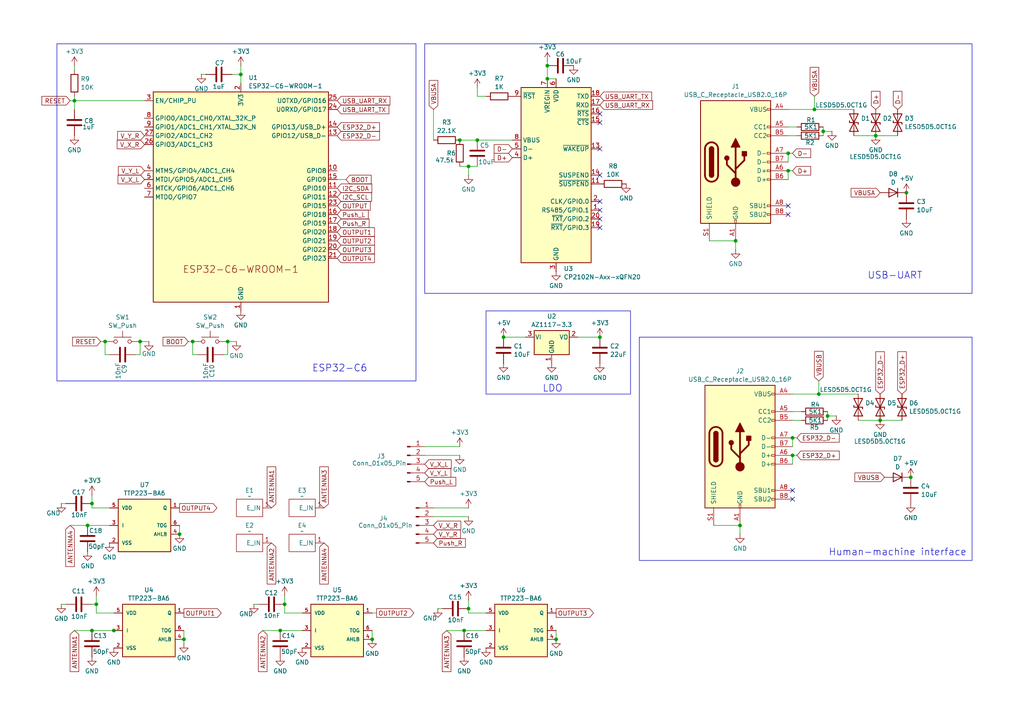
<source format=kicad_sch>
(kicad_sch (version 20231120) (generator "eeschema") (generator_version "8.0")
  (paper "A4")
  (junction (at 69.85 21.59))
  (junction (at 161.29 185.42))
  (junction (at 173.99 97.79))
  (junction (at 81.28 182.88))
  (junction (at 158.75 22.86))
  (junction (at 134.62 182.88))
  (junction (at 264.16 138.43))
  (junction (at 229.87 127))
  (junction (at 158.75 19.05))
  (junction (at 255.27 121.92))
  (junction (at 26.67 182.88))
  (junction (at 135.89 176.53))
  (junction (at 21.59 29.21))
  (junction (at 55.88 99.06))
  (junction (at 33.02 182.88))
  (junction (at 236.22 31.75))
  (junction (at 138.43 40.64))
  (junction (at 135.89 48.26))
  (junction (at 52.07 154.94))
  (junction (at 229.87 132.08))
  (junction (at 27.94 175.26))
  (junction (at 82.55 175.26))
  (junction (at 238.76 38.1))
  (junction (at 228.6 44.45))
  (junction (at 53.34 185.42))
  (junction (at 214.63 152.4))
  (junction (at 237.49 114.3))
  (junction (at 228.6 49.53))
  (junction (at 30.48 99.06))
  (junction (at 40.64 99.06))
  (junction (at 146.05 97.79))
  (junction (at 133.35 40.64))
  (junction (at 240.03 120.65))
  (junction (at 26.67 146.05))
  (junction (at 25.4 152.4))
  (junction (at 262.89 55.88))
  (junction (at 66.04 99.06))
  (junction (at 213.36 69.85))
  (junction (at 254 39.37))
  (junction (at 107.95 185.42))
  (no_connect (at 228.6 59.69))
  (no_connect (at 173.99 66.04))
  (no_connect (at 173.99 35.56))
  (no_connect (at 173.99 33.02))
  (no_connect (at 173.99 43.18))
  (no_connect (at 173.99 60.96))
  (no_connect (at 229.87 144.78))
  (no_connect (at 173.99 63.5))
  (no_connect (at 229.87 142.24))
  (no_connect (at 173.99 58.42))
  (no_connect (at 173.99 50.8))
  (no_connect (at 228.6 62.23))
  (wire (pts (xy 31.75 152.4) (xy 25.4 152.4)))
  (wire (pts (xy 82.55 175.26) (xy 82.55 177.8)))
  (wire (pts (xy 205.74 69.85) (xy 213.36 69.85)))
  (wire (pts (xy 69.85 19.05) (xy 69.85 21.59)))
  (wire (pts (xy 40.64 99.06) (xy 40.64 102.87)))
  (wire (pts (xy 66.04 102.87) (xy 66.04 99.06)))
  (wire (pts (xy 135.89 173.99) (xy 135.89 176.53)))
  (wire (pts (xy 158.75 19.05) (xy 158.75 22.86)))
  (wire (pts (xy 100.33 52.07) (xy 97.79 52.07)))
  (wire (pts (xy 87.63 182.88) (xy 81.28 182.88)))
  (wire (pts (xy 248.92 114.3) (xy 237.49 114.3)))
  (wire (pts (xy 240.03 119.38) (xy 240.03 120.65)))
  (wire (pts (xy 240.03 120.65) (xy 242.57 120.65)))
  (wire (pts (xy 64.77 102.87) (xy 66.04 102.87)))
  (wire (pts (xy 26.67 175.26) (xy 27.94 175.26)))
  (wire (pts (xy 229.87 132.08) (xy 229.87 134.62)))
  (wire (pts (xy 81.28 182.88) (xy 76.2 182.88)))
  (wire (pts (xy 107.95 185.42) (xy 107.95 182.88)))
  (wire (pts (xy 27.94 172.72) (xy 27.94 175.26)))
  (wire (pts (xy 82.55 177.8) (xy 87.63 177.8)))
  (wire (pts (xy 229.87 114.3) (xy 237.49 114.3)))
  (wire (pts (xy 161.29 185.42) (xy 161.29 182.88)))
  (wire (pts (xy 228.6 36.83) (xy 231.14 36.83)))
  (wire (pts (xy 123.19 129.54) (xy 133.35 129.54)))
  (wire (pts (xy 21.59 182.88) (xy 26.67 182.88)))
  (wire (pts (xy 236.22 31.75) (xy 236.22 27.94)))
  (wire (pts (xy 55.88 102.87) (xy 57.15 102.87)))
  (wire (pts (xy 158.75 17.78) (xy 158.75 19.05)))
  (wire (pts (xy 228.6 49.53) (xy 228.6 52.07)))
  (wire (pts (xy 213.36 69.85) (xy 213.36 72.39)))
  (wire (pts (xy 52.07 154.94) (xy 52.07 152.4)))
  (wire (pts (xy 229.87 127) (xy 231.14 127)))
  (wire (pts (xy 109.22 177.8) (xy 107.95 177.8)))
  (wire (pts (xy 58.42 21.59) (xy 59.69 21.59)))
  (wire (pts (xy 138.43 25.4) (xy 138.43 27.94)))
  (wire (pts (xy 135.89 149.86) (xy 125.73 149.86)))
  (wire (pts (xy 82.55 172.72) (xy 82.55 175.26)))
  (wire (pts (xy 40.64 102.87) (xy 39.37 102.87)))
  (wire (pts (xy 54.61 99.06) (xy 55.88 99.06)))
  (wire (pts (xy 229.87 119.38) (xy 232.41 119.38)))
  (wire (pts (xy 135.89 177.8) (xy 140.97 177.8)))
  (wire (pts (xy 26.67 182.88) (xy 33.02 182.88)))
  (wire (pts (xy 26.67 147.32) (xy 31.75 147.32)))
  (wire (pts (xy 26.67 143.51) (xy 26.67 146.05)))
  (wire (pts (xy 133.35 132.08) (xy 123.19 132.08)))
  (wire (pts (xy 229.87 132.08) (xy 231.14 132.08)))
  (wire (pts (xy 146.05 97.79) (xy 152.4 97.79)))
  (wire (pts (xy 21.59 27.94) (xy 21.59 29.21)))
  (wire (pts (xy 255.27 121.92) (xy 248.92 121.92)))
  (wire (pts (xy 238.76 38.1) (xy 241.3 38.1)))
  (wire (pts (xy 254 39.37) (xy 247.65 39.37)))
  (wire (pts (xy 261.62 121.92) (xy 255.27 121.92)))
  (wire (pts (xy 228.6 44.45) (xy 228.6 46.99)))
  (wire (pts (xy 43.18 99.06) (xy 40.64 99.06)))
  (wire (pts (xy 27.94 177.8) (xy 33.02 177.8)))
  (wire (pts (xy 247.65 31.75) (xy 236.22 31.75)))
  (wire (pts (xy 240.03 120.65) (xy 240.03 121.92)))
  (wire (pts (xy 133.35 48.26) (xy 135.89 48.26)))
  (wire (pts (xy 237.49 114.3) (xy 237.49 110.49)))
  (wire (pts (xy 207.01 152.4) (xy 214.63 152.4)))
  (wire (pts (xy 67.31 21.59) (xy 69.85 21.59)))
  (wire (pts (xy 55.88 99.06) (xy 55.88 102.87)))
  (wire (pts (xy 228.6 39.37) (xy 231.14 39.37)))
  (wire (pts (xy 21.59 31.75) (xy 21.59 29.21)))
  (wire (pts (xy 138.43 40.64) (xy 148.59 40.64)))
  (wire (pts (xy 134.62 182.88) (xy 129.54 182.88)))
  (wire (pts (xy 17.78 175.26) (xy 19.05 175.26)))
  (wire (pts (xy 69.85 21.59) (xy 69.85 24.13)))
  (wire (pts (xy 30.48 99.06) (xy 30.48 102.87)))
  (wire (pts (xy 125.73 31.75) (xy 125.73 40.64)))
  (wire (pts (xy 133.35 40.64) (xy 138.43 40.64)))
  (wire (pts (xy 27.94 175.26) (xy 27.94 177.8)))
  (wire (pts (xy 135.89 50.8) (xy 135.89 48.26)))
  (wire (pts (xy 214.63 152.4) (xy 214.63 154.94)))
  (wire (pts (xy 140.97 182.88) (xy 134.62 182.88)))
  (wire (pts (xy 228.6 49.53) (xy 229.87 49.53)))
  (wire (pts (xy 125.73 147.32) (xy 135.89 147.32)))
  (wire (pts (xy 229.87 121.92) (xy 232.41 121.92)))
  (wire (pts (xy 238.76 36.83) (xy 238.76 38.1)))
  (wire (pts (xy 53.34 186.69) (xy 53.34 185.42)))
  (wire (pts (xy 25.4 152.4) (xy 20.32 152.4)))
  (wire (pts (xy 228.6 31.75) (xy 236.22 31.75)))
  (wire (pts (xy 26.67 146.05) (xy 26.67 147.32)))
  (wire (pts (xy 20.32 29.21) (xy 21.59 29.21)))
  (wire (pts (xy 135.89 176.53) (xy 135.89 177.8)))
  (wire (pts (xy 21.59 19.05) (xy 21.59 20.32)))
  (wire (pts (xy 127 176.53) (xy 128.27 176.53)))
  (wire (pts (xy 35.56 182.88) (xy 33.02 182.88)))
  (wire (pts (xy 135.89 48.26) (xy 138.43 48.26)))
  (wire (pts (xy 138.43 27.94) (xy 140.97 27.94)))
  (wire (pts (xy 229.87 127) (xy 229.87 129.54)))
  (wire (pts (xy 21.59 29.21) (xy 41.91 29.21)))
  (wire (pts (xy 260.35 39.37) (xy 254 39.37)))
  (wire (pts (xy 68.58 99.06) (xy 66.04 99.06)))
  (wire (pts (xy 238.76 38.1) (xy 238.76 39.37)))
  (wire (pts (xy 29.21 99.06) (xy 30.48 99.06)))
  (wire (pts (xy 158.75 22.86) (xy 161.29 22.86)))
  (wire (pts (xy 73.66 175.26) (xy 74.93 175.26)))
  (wire (pts (xy 53.34 185.42) (xy 53.34 182.88)))
  (wire (pts (xy 17.78 146.05) (xy 19.05 146.05)))
  (wire (pts (xy 30.48 102.87) (xy 31.75 102.87)))
  (wire (pts (xy 173.99 97.79) (xy 167.64 97.79)))
  (wire (pts (xy 228.6 44.45) (xy 229.87 44.45)))
  (rectangle (start 123.19 12.7) (end 281.94 85.09))
  (rectangle (start 140.97 90.17) (end 182.88 114.3))
  (rectangle (start 185.42 97.79) (end 281.94 162.56))
  (rectangle (start 16.51 12.7) (end 120.65 110.49))
  (text "ESP32-C6\n" (at 98.552 106.934 0) (effects (font (size 2 2))))
  (text "USB-UART" (at 259.588 80.01 0) (effects (font (size 2 2))))
  (text "LDO" (at 160.274 112.776 0) (effects (font (size 2 2))))
  (text "Human-machine interface" (at 260.35 160.274 0) (effects (font (size 2 2))))
  (global_label "I2C_SCL" (shape input) (at 97.79 57.15 0) (property "Intersheetrefs" "${INTERSHEET_REFS}" (effects (hide yes))))
  (global_label "D+" (shape input) (at 229.87 49.53 0) (property "Intersheetrefs" "${INTERSHEET_REFS}" (effects (hide yes))))
  (global_label "Push_R" (shape input) (at 97.79 64.77 0) (property "Intersheetrefs" "${INTERSHEET_REFS}" (effects (hide yes))))
  (global_label "D-" (shape input) (at 229.87 44.45 0) (property "Intersheetrefs" "${INTERSHEET_REFS}" (effects (hide yes))))
  (global_label "BOOT" (shape input) (at 54.61 99.06 180) (property "Intersheetrefs" "${INTERSHEET_REFS}" (effects (hide yes))))
  (global_label "RESET" (shape input) (at 20.32 29.21 180) (property "Intersheetrefs" "${INTERSHEET_REFS}" (effects (hide yes))))
  (global_label "OUTPUT4" (shape output) (at 52.07 147.32 0) (property "Intersheetrefs" "${INTERSHEET_REFS}" (effects (hide yes))))
  (global_label "USB_UART_TX" (shape input) (at 97.79 31.75 0) (property "Intersheetrefs" "${INTERSHEET_REFS}" (effects (hide yes))))
  (global_label "OUTPUT" (shape input) (at 97.79 59.69 0) (property "Intersheetrefs" "${INTERSHEET_REFS}" (effects (hide yes))))
  (global_label "USB_UART_RX" (shape input) (at 173.99 30.48 0) (property "Intersheetrefs" "${INTERSHEET_REFS}" (effects (hide yes))))
  (global_label "ANTENNA1" (shape input) (at 21.59 182.88 270) (property "Intersheetrefs" "${INTERSHEET_REFS}" (effects (hide yes))))
  (global_label "D+" (shape input) (at 254 31.75 90) (property "Intersheetrefs" "${INTERSHEET_REFS}" (effects (hide yes))))
  (global_label "BOOT" (shape input) (at 100.33 52.07 0) (property "Intersheetrefs" "${INTERSHEET_REFS}" (effects (hide yes))))
  (global_label "ESP32_D+" (shape input) (at 261.62 114.3 90) (property "Intersheetrefs" "${INTERSHEET_REFS}" (effects (hide yes))))
  (global_label "OUTPUT2" (shape input) (at 97.79 69.85 0) (property "Intersheetrefs" "${INTERSHEET_REFS}" (effects (hide yes))))
  (global_label "ANTENNA1" (shape input) (at 78.74 147.32 90) (property "Intersheetrefs" "${INTERSHEET_REFS}" (effects (hide yes))))
  (global_label "OUTPUT4" (shape input) (at 97.79 74.93 0) (property "Intersheetrefs" "${INTERSHEET_REFS}" (effects (hide yes))))
  (global_label "OUTPUT3" (shape input) (at 97.79 72.39 0) (property "Intersheetrefs" "${INTERSHEET_REFS}" (effects (hide yes))))
  (global_label "V_X_R" (shape input) (at 125.73 152.4 0) (property "Intersheetrefs" "${INTERSHEET_REFS}" (effects (hide yes))))
  (global_label "Push_L" (shape input) (at 123.19 139.7 0) (property "Intersheetrefs" "${INTERSHEET_REFS}" (effects (hide yes))))
  (global_label "VBUSA" (shape input) (at 255.27 55.88 180) (property "Intersheetrefs" "${INTERSHEET_REFS}" (effects (hide yes))))
  (global_label "VBUSA" (shape input) (at 236.22 27.94 90) (property "Intersheetrefs" "${INTERSHEET_REFS}" (effects (hide yes))))
  (global_label "ANTENNA4" (shape input) (at 20.32 152.4 270) (property "Intersheetrefs" "${INTERSHEET_REFS}" (effects (hide yes))))
  (global_label "OUTPUT1" (shape output) (at 53.34 177.8 0) (property "Intersheetrefs" "${INTERSHEET_REFS}" (effects (hide yes))))
  (global_label "ESP32_D-" (shape input) (at 97.79 39.37 0) (property "Intersheetrefs" "${INTERSHEET_REFS}" (effects (hide yes))))
  (global_label "ANTENNA4" (shape input) (at 93.98 157.48 270) (property "Intersheetrefs" "${INTERSHEET_REFS}" (effects (hide yes))))
  (global_label "V_X_L" (shape input) (at 123.19 134.62 0) (property "Intersheetrefs" "${INTERSHEET_REFS}" (effects (hide yes))))
  (global_label "I2C_SDA" (shape input) (at 97.79 54.61 0) (property "Intersheetrefs" "${INTERSHEET_REFS}" (effects (hide yes))))
  (global_label "V_Y_L" (shape input) (at 123.19 137.16 0) (property "Intersheetrefs" "${INTERSHEET_REFS}" (effects (hide yes))))
  (global_label "ESP32_D-" (shape input) (at 255.27 114.3 90) (property "Intersheetrefs" "${INTERSHEET_REFS}" (effects (hide yes))))
  (global_label "ANTENNA3" (shape input) (at 129.54 182.88 270) (property "Intersheetrefs" "${INTERSHEET_REFS}" (effects (hide yes))))
  (global_label "OUTPUT3" (shape output) (at 161.29 177.8 0) (property "Intersheetrefs" "${INTERSHEET_REFS}" (effects (hide yes))))
  (global_label "V_Y_R" (shape input) (at 125.73 154.94 0) (property "Intersheetrefs" "${INTERSHEET_REFS}" (effects (hide yes))))
  (global_label "D-" (shape input) (at 260.35 31.75 90) (property "Intersheetrefs" "${INTERSHEET_REFS}" (effects (hide yes))))
  (global_label "VBUSB" (shape input) (at 237.49 110.49 90) (property "Intersheetrefs" "${INTERSHEET_REFS}" (effects (hide yes))))
  (global_label "VBUSA" (shape input) (at 125.73 31.75 90) (property "Intersheetrefs" "${INTERSHEET_REFS}" (effects (hide yes))))
  (global_label "ANTENNA2" (shape input) (at 78.74 157.48 270) (property "Intersheetrefs" "${INTERSHEET_REFS}" (effects (hide yes))))
  (global_label "ESP32_D-" (shape input) (at 231.14 127 0) (property "Intersheetrefs" "${INTERSHEET_REFS}" (effects (hide yes))))
  (global_label "ESP32_D+" (shape input) (at 231.14 132.08 0) (property "Intersheetrefs" "${INTERSHEET_REFS}" (effects (hide yes))))
  (global_label "D+" (shape input) (at 148.59 45.72 180) (property "Intersheetrefs" "${INTERSHEET_REFS}" (effects (hide yes))))
  (global_label "V_Y_R" (shape input) (at 41.91 39.37 180) (property "Intersheetrefs" "${INTERSHEET_REFS}" (effects (hide yes))))
  (global_label "ESP32_D+" (shape input) (at 97.79 36.83 0) (property "Intersheetrefs" "${INTERSHEET_REFS}" (effects (hide yes))))
  (global_label "RESET" (shape input) (at 29.21 99.06 180) (property "Intersheetrefs" "${INTERSHEET_REFS}" (effects (hide yes))))
  (global_label "USB_UART_RX" (shape input) (at 97.79 29.21 0) (property "Intersheetrefs" "${INTERSHEET_REFS}" (effects (hide yes))))
  (global_label "Push_R" (shape input) (at 125.73 157.48 0) (property "Intersheetrefs" "${INTERSHEET_REFS}" (effects (hide yes))))
  (global_label "OUTPUT2" (shape output) (at 109.22 177.8 0) (property "Intersheetrefs" "${INTERSHEET_REFS}" (effects (hide yes))))
  (global_label "VBUSB" (shape input) (at 256.54 138.43 180) (property "Intersheetrefs" "${INTERSHEET_REFS}" (effects (hide yes))))
  (global_label "V_X_R" (shape input) (at 41.91 41.91 180) (property "Intersheetrefs" "${INTERSHEET_REFS}" (effects (hide yes))))
  (global_label "V_X_L" (shape input) (at 41.91 52.07 180) (property "Intersheetrefs" "${INTERSHEET_REFS}" (effects (hide yes))))
  (global_label "ANTENNA3" (shape input) (at 93.98 147.32 90) (property "Intersheetrefs" "${INTERSHEET_REFS}" (effects (hide yes))))
  (global_label "V_Y_L" (shape input) (at 41.91 49.53 180) (property "Intersheetrefs" "${INTERSHEET_REFS}" (effects (hide yes))))
  (global_label "OUTPUT1" (shape input) (at 97.79 67.31 0) (property "Intersheetrefs" "${INTERSHEET_REFS}" (effects (hide yes))))
  (global_label "ANTENNA2" (shape input) (at 76.2 182.88 270) (property "Intersheetrefs" "${INTERSHEET_REFS}" (effects (hide yes))))
  (global_label "USB_UART_TX" (shape input) (at 173.99 27.94 0) (property "Intersheetrefs" "${INTERSHEET_REFS}" (effects (hide yes))))
  (global_label "D-" (shape input) (at 148.59 43.18 180) (property "Intersheetrefs" "${INTERSHEET_REFS}" (effects (hide yes))))
  (global_label "Push_L" (shape input) (at 97.79 62.23 0) (property "Intersheetrefs" "${INTERSHEET_REFS}" (effects (hide yes))))
  (symbol (lib_id "power:GND") (at 161.29 78.74 0) (unit 1)
    (property "Reference" "#PWR016" (effects (hide yes)))
    (property "Value" "GND" (at 161.29 82.8731 0))
    (property "Description" "Power symbol creates a global label with name \"GND\" , ground" (effects (hide yes)))
  )
  (symbol (lib_id "Interface_USB:CP2102N-Axx-xQFN20") (at 161.29 50.8 0) (unit 1)
    (property "Reference" "U3" (at 163.4841 77.9201 0) (effects (justify left)))
    (property "Value" "CP2102N-Axx-xQFN20" (at 163.4841 80.3444 0) (effects (justify left)))
    (property "Footprint" "Package_DFN_QFN:SiliconLabs_QFN-20-1EP_3x3mm_P0.5mm_EP1.8x1.8mm_ThermalVias" (effects (hide yes)))
    (property "Datasheet" "https://www.silabs.com/documents/public/data-sheets/cp2102n-datasheet.pdf" (effects (hide yes)))
    (property "Description" "USB to UART master bridge, QFN-20" (effects (hide yes)))
  )
  (symbol (lib_id "Regulator_Linear:AZ1117-3.3") (at 160.02 97.79 0) (unit 1)
    (property "Reference" "U2" (at 160.02 91.7405 0))
    (property "Value" "AZ1117-3.3" (at 160.02 94.1648 0))
    (property "Footprint" "Package_TO_SOT_SMD:TO-252-2" (effects (hide yes)))
    (property "Datasheet" "https://www.diodes.com/assets/Datasheets/AZ1117.pdf" (effects (hide yes)))
    (property "Description" "1A 20V Fixed LDO Linear Regulator, 3.3V, SOT-89/SOT-223/TO-220/TO-252/TO-263" (effects (hide yes)))
  )
  (symbol (lib_id "Device:R") (at 129.54 40.64 90) (unit 1)
    (property "Reference" "R3" (at 129.54 35.4795 90))
    (property "Value" "22.1K" (at 129.54 37.9038 90))
    (property "Footprint" "Resistor_SMD:R_0805_2012Metric" (effects (hide yes)))
    (property "Description" "Resistor" (effects (hide yes)))
  )
  (symbol (lib_id "Device:C") (at 26.67 186.69 180) (unit 1)
    (property "Reference" "C13" (at 30.988 184.404 0) (effects (justify left)))
    (property "Value" "50pF" (at 31.75 188.976 0) (effects (justify left)))
    (property "Footprint" "Capacitor_SMD:C_0805_2012Metric" (effects (hide yes)))
    (property "Description" "Unpolarized capacitor" (effects (hide yes)))
  )
  (symbol (lib_id "power:GND") (at 242.57 120.65 0) (unit 1)
    (property "Reference" "#PWR06" (effects (hide yes)))
    (property "Value" "GND" (at 242.57 124.7831 0))
    (property "Description" "Power symbol creates a global label with name \"GND\" , ground" (effects (hide yes)))
  )
  (symbol (lib_id "Device:C") (at 162.56 19.05 90) (unit 1)
    (property "Reference" "C6" (at 163.83 15.748 90) (effects (justify left)))
    (property "Value" "10uF" (at 168.91 17.78 90) (effects (justify left)))
    (property "Footprint" "Capacitor_SMD:C_0805_2012Metric" (effects (hide yes)))
    (property "Description" "Unpolarized capacitor" (effects (hide yes)))
  )
  (symbol (lib_id "Device:C") (at 25.4 156.21 180) (unit 1)
    (property "Reference" "C18" (at 29.718 153.924 0) (effects (justify left)))
    (property "Value" "50pF" (at 30.48 158.496 0) (effects (justify left)))
    (property "Footprint" "Capacitor_SMD:C_0805_2012Metric" (effects (hide yes)))
    (property "Description" "Unpolarized capacitor" (effects (hide yes)))
  )
  (symbol (lib_id "Device:R") (at 236.22 119.38 90) (unit 1)
    (property "Reference" "R4" (at 236.474 117.348 90))
    (property "Value" "5K1" (at 236.474 119.38 90))
    (property "Footprint" "Resistor_SMD:R_0805_2012Metric" (effects (hide yes)))
    (property "Description" "Resistor" (effects (hide yes)))
  )
  (symbol (lib_id "Device:D") (at 259.08 55.88 180) (unit 1)
    (property "Reference" "D8" (at 259.08 50.4655 0))
    (property "Value" "D" (at 259.08 52.8898 0))
    (property "Footprint" "Diode_SMD:D_0805_2012Metric" (effects (hide yes)))
    (property "Description" "Diode" (effects (hide yes)))
    (property "Sim.Device" "D" (effects (hide yes)))
    (property "Sim.Pins" "1=K 2=A" (effects (hide yes)))
  )
  (symbol (lib_id "power:GND") (at 264.16 146.05 0) (unit 1)
    (property "Reference" "#PWR013" (effects (hide yes)))
    (property "Value" "GND" (at 264.16 150.1831 0))
    (property "Description" "Power symbol creates a global label with name \"GND\" , ground" (effects (hide yes)))
  )
  (symbol (lib_id "power:GND") (at 52.07 154.94 0) (unit 1)
    (property "Reference" "#PWR046" (effects (hide yes)))
    (property "Value" "GND" (at 52.07 159.0731 0))
    (property "Description" "Power symbol creates a global label with name \"GND\" , ground" (effects (hide yes)))
  )
  (symbol (lib_id "power:GND") (at 135.89 50.8 0) (unit 1)
    (property "Reference" "#PWR017" (effects (hide yes)))
    (property "Value" "GND" (at 135.89 54.9331 0))
    (property "Description" "Power symbol creates a global label with name \"GND\" , ground" (effects (hide yes)))
  )
  (symbol (lib_id "power:GND") (at 26.67 190.5 0) (unit 1)
    (property "Reference" "#PWR037" (effects (hide yes)))
    (property "Value" "GND" (at 26.67 194.6331 0))
    (property "Description" "Power symbol creates a global label with name \"GND\" , ground" (effects (hide yes)))
  )
  (symbol (lib_id "TTP223-BA6:TTP223-BA6") (at 151.13 182.88 0) (unit 1)
    (property "Reference" "U6" (at 151.13 171.1155 0))
    (property "Value" "TTP223-BA6" (at 151.13 173.5398 0))
    (property "Footprint" "Package_TO_SOT_SMD:TSOT-23-6_HandSoldering" (effects (hide yes)))
    (property "MF" "tontek" (effects (hide yes)))
    (property "Description_1" "\n" (effects (hide yes)))
    (property "LIB" "CID" (effects (hide yes)))
    (property "Package" "None" (effects (hide yes)))
    (property "Price" "None" (effects (hide yes)))
    (property "SnapEDA_Link" "https://www.snapeda.com/parts/TTP223-BA6/TONTEK/view-part/?ref=snap" (effects (hide yes)))
    (property "MP" "TTP223-BA6" (effects (hide yes)))
    (property "Availability" "In Stock" (effects (hide yes)))
    (property "Check_prices" "https://www.snapeda.com/parts/TTP223-BA6/TONTEK/view-part/?ref=eda" (effects (hide yes)))
  )
  (symbol (lib_id "power:GND") (at 81.28 190.5 0) (unit 1)
    (property "Reference" "#PWR038" (effects (hide yes)))
    (property "Value" "GND" (at 81.28 194.6331 0))
    (property "Description" "Power symbol creates a global label with name \"GND\" , ground" (effects (hide yes)))
  )
  (symbol (lib_id "Captive:Electrode") (at 72.39 153.67 0) (unit 1)
    (property "Reference" "E2" (at 72.39 152.4085 0))
    (property "Value" "~" (at 72.39 154.0899 0))
    (property "Footprint" "LED_SMD:Electrode_10x10mm" (effects (hide yes)))
  )
  (symbol (lib_id "power:GND") (at 140.97 187.96 0) (unit 1)
    (property "Reference" "#PWR042" (effects (hide yes)))
    (property "Value" "GND" (at 140.97 192.0931 0))
    (property "Description" "Power symbol creates a global label with name \"GND\" , ground" (effects (hide yes)))
  )
  (symbol (lib_id "power:GND") (at 241.3 38.1 0) (unit 1)
    (property "Reference" "#PWR08" (effects (hide yes)))
    (property "Value" "GND" (at 241.3 42.2331 0))
    (property "Description" "Power symbol creates a global label with name \"GND\" , ground" (effects (hide yes)))
  )
  (symbol (lib_id "Device:R") (at 177.8 53.34 90) (unit 1)
    (property "Reference" "R8" (at 177.8 48.1795 90))
    (property "Value" "10K" (at 177.8 50.6038 90))
    (property "Footprint" "Resistor_SMD:R_0805_2012Metric" (effects (hide yes)))
    (property "Description" "Resistor" (effects (hide yes)))
  )
  (symbol (lib_id "Device:R") (at 234.95 36.83 90) (unit 1)
    (property "Reference" "R1" (at 235.204 34.798 90))
    (property "Value" "5K1" (at 235.204 36.83 90))
    (property "Footprint" "Resistor_SMD:R_0805_2012Metric" (effects (hide yes)))
    (property "Description" "Resistor" (effects (hide yes)))
  )
  (symbol (lib_id "power:GND") (at 134.62 190.5 0) (unit 1)
    (property "Reference" "#PWR043" (effects (hide yes)))
    (property "Value" "GND" (at 134.62 194.6331 0))
    (property "Description" "Power symbol creates a global label with name \"GND\" , ground" (effects (hide yes)))
  )
  (symbol (lib_id "power:GND") (at 127 176.53 0) (unit 1)
    (property "Reference" "#PWR040" (effects (hide yes)))
    (property "Value" "GND" (at 124.714 179.324 0))
    (property "Description" "Power symbol creates a global label with name \"GND\" , ground" (effects (hide yes)))
  )
  (symbol (lib_id "power:GND") (at 53.34 186.69 0) (unit 1)
    (property "Reference" "#PWR036" (effects (hide yes)))
    (property "Value" "GND" (at 53.34 190.8231 0))
    (property "Description" "Power symbol creates a global label with name \"GND\" , ground" (effects (hide yes)))
  )
  (symbol (lib_id "Device:C") (at 22.86 146.05 270) (unit 1)
    (property "Reference" "C17" (at 20.828 142.748 90) (effects (justify left)))
    (property "Value" "10nF" (at 20.574 149.352 90) (effects (justify left)))
    (property "Footprint" "Capacitor_SMD:C_0805_2012Metric" (effects (hide yes)))
    (property "Description" "Unpolarized capacitor" (effects (hide yes)))
  )
  (symbol (lib_id "power:GND") (at 166.37 19.05 0) (unit 1)
    (property "Reference" "#PWR020" (effects (hide yes)))
    (property "Value" "GND" (at 166.37 23.1831 0))
    (property "Description" "Power symbol creates a global label with name \"GND\" , ground" (effects (hide yes)))
  )
  (symbol (lib_id "Connector:Conn_01x05_Pin") (at 120.65 152.4 0) (unit 1)
    (property "Reference" "J4" (at 111.252 150.368 0))
    (property "Value" "Conn_01x05_Pin" (at 111.76 152.4 0))
    (property "Footprint" "Connector_PinHeader_2.54mm:PinHeader_1x05_P2.54mm_Vertical" (effects (hide yes)))
    (property "Description" "Generic connector, single row, 01x05, script generated" (effects (hide yes)))
  )
  (symbol (lib_id "power:+3V3") (at 21.59 19.05 0) (unit 1)
    (property "Reference" "#PWR025" (effects (hide yes)))
    (property "Value" "+3V3" (at 21.59 14.9169 0))
    (property "Description" "Power symbol creates a global label with name \"+3V3\"" (effects (hide yes)))
  )
  (symbol (lib_id "power:GND") (at 17.78 175.26 0) (unit 1)
    (property "Reference" "#PWR030" (effects (hide yes)))
    (property "Value" "GND" (at 17.78 179.3931 0))
    (property "Description" "Power symbol creates a global label with name \"GND\" , ground" (effects (hide yes)))
  )
  (symbol (lib_id "power:+3V3") (at 135.89 173.99 0) (unit 1)
    (property "Reference" "#PWR039" (effects (hide yes)))
    (property "Value" "+3V3" (at 135.89 169.8569 0))
    (property "Description" "Power symbol creates a global label with name \"+3V3\"" (effects (hide yes)))
  )
  (symbol (lib_id "power:+3V3") (at 158.75 17.78 0) (unit 1)
    (property "Reference" "#PWR019" (effects (hide yes)))
    (property "Value" "+3V3" (at 158.75 13.6469 0))
    (property "Description" "Power symbol creates a global label with name \"+3V3\"" (effects (hide yes)))
  )
  (symbol (lib_id "power:GND") (at 213.36 72.39 0) (unit 1)
    (property "Reference" "#PWR05" (effects (hide yes)))
    (property "Value" "GND" (at 213.36 76.5231 0))
    (property "Description" "Power symbol creates a global label with name \"GND\" , ground" (effects (hide yes)))
  )
  (symbol (lib_id "power:GND") (at 173.99 105.41 0) (unit 1)
    (property "Reference" "#PWR02" (effects (hide yes)))
    (property "Value" "GND" (at 173.99 109.5431 0))
    (property "Description" "Power symbol creates a global label with name \"GND\" , ground" (effects (hide yes)))
  )
  (symbol (lib_id "Captive:Electrode") (at 87.63 153.67 0) (unit 1)
    (property "Reference" "E4" (at 87.63 152.4085 0))
    (property "Value" "~" (at 87.63 154.0899 0))
    (property "Footprint" "LED_SMD:Electrode_10x10mm" (effects (hide yes)))
  )
  (symbol (lib_id "Device:C") (at 262.89 59.69 0) (unit 1)
    (property "Reference" "C3" (at 265.811 58.4778 0) (effects (justify left)))
    (property "Value" "10uF" (at 265.811 60.9021 0) (effects (justify left)))
    (property "Footprint" "Capacitor_SMD:C_0805_2012Metric" (effects (hide yes)))
    (property "Description" "Unpolarized capacitor" (effects (hide yes)))
  )
  (symbol (lib_id "power:GND") (at 254 39.37 0) (unit 1)
    (property "Reference" "#PWR07" (effects (hide yes)))
    (property "Value" "GND" (at 254 43.5031 0))
    (property "Description" "Power symbol creates a global label with name \"GND\" , ground" (effects (hide yes)))
  )
  (symbol (lib_id "power:GND") (at 33.02 187.96 0) (unit 1)
    (property "Reference" "#PWR031" (effects (hide yes)))
    (property "Value" "GND" (at 33.02 192.0931 0))
    (property "Description" "Power symbol creates a global label with name \"GND\" , ground" (effects (hide yes)))
  )
  (symbol (lib_id "Device:C") (at 78.74 175.26 270) (unit 1)
    (property "Reference" "C12" (at 76.708 171.958 90) (effects (justify left)))
    (property "Value" "10nF" (at 76.454 178.562 90) (effects (justify left)))
    (property "Footprint" "Capacitor_SMD:C_0805_2012Metric" (effects (hide yes)))
    (property "Description" "Unpolarized capacitor" (effects (hide yes)))
  )
  (symbol (lib_id "power:+3V3") (at 82.55 172.72 0) (unit 1)
    (property "Reference" "#PWR032" (effects (hide yes)))
    (property "Value" "+3V3" (at 82.55 168.5869 0))
    (property "Description" "Power symbol creates a global label with name \"+3V3\"" (effects (hide yes)))
  )
  (symbol (lib_id "power:GND") (at 146.05 105.41 0) (unit 1)
    (property "Reference" "#PWR01" (effects (hide yes)))
    (property "Value" "GND" (at 146.05 109.5431 0))
    (property "Description" "Power symbol creates a global label with name \"GND\" , ground" (effects (hide yes)))
  )
  (symbol (lib_id "power:GND") (at 255.27 121.92 0) (unit 1)
    (property "Reference" "#PWR09" (effects (hide yes)))
    (property "Value" "GND" (at 255.27 126.0531 0))
    (property "Description" "Power symbol creates a global label with name \"GND\" , ground" (effects (hide yes)))
  )
  (symbol (lib_id "Diode:1.5KExxCA") (at 260.35 35.56 90) (unit 1)
    (property "Reference" "D3" (at 262.382 34.3478 90) (effects (justify right)))
    (property "Value" "LESD5D5.0CT1G" (at 262.382 36.7721 90) (effects (justify right)))
    (property "Footprint" "Diode_SMD:D_SOD-523" (effects (hide yes)))
    (property "Datasheet" "https://www.vishay.com/docs/88301/15ke.pdf" (effects (hide yes)))
    (property "Description" "1500W bidirectional TVS diode, DO-201AE" (effects (hide yes)))
  )
  (symbol (lib_id "TTP223-BA6:TTP223-BA6") (at 43.18 182.88 0) (unit 1)
    (property "Reference" "U4" (at 43.18 171.1155 0))
    (property "Value" "TTP223-BA6" (at 43.18 173.5398 0))
    (property "Footprint" "Package_TO_SOT_SMD:TSOT-23-6_HandSoldering" (effects (hide yes)))
    (property "MF" "tontek" (effects (hide yes)))
    (property "Description_1" "\n" (effects (hide yes)))
    (property "LIB" "CID" (effects (hide yes)))
    (property "Package" "None" (effects (hide yes)))
    (property "Price" "None" (effects (hide yes)))
    (property "SnapEDA_Link" "https://www.snapeda.com/parts/TTP223-BA6/TONTEK/view-part/?ref=snap" (effects (hide yes)))
    (property "MP" "TTP223-BA6" (effects (hide yes)))
    (property "Availability" "In Stock" (effects (hide yes)))
    (property "Check_prices" "https://www.snapeda.com/parts/TTP223-BA6/TONTEK/view-part/?ref=eda" (effects (hide yes)))
  )
  (symbol (lib_id "Device:C") (at 132.08 176.53 270) (unit 1)
    (property "Reference" "C15" (at 130.048 173.228 90) (effects (justify left)))
    (property "Value" "10nF" (at 129.794 179.832 90) (effects (justify left)))
    (property "Footprint" "Capacitor_SMD:C_0805_2012Metric" (effects (hide yes)))
    (property "Description" "Unpolarized capacitor" (effects (hide yes)))
  )
  (symbol (lib_id "power:+5V") (at 146.05 97.79 0) (unit 1)
    (property "Reference" "#PWR015" (effects (hide yes)))
    (property "Value" "+5V" (at 146.05 93.6569 0))
    (property "Description" "Power symbol creates a global label with name \"+5V\"" (effects (hide yes)))
  )
  (symbol (lib_id "power:GND") (at 73.66 175.26 0) (unit 1)
    (property "Reference" "#PWR033" (effects (hide yes)))
    (property "Value" "GND" (at 71.374 178.054 0))
    (property "Description" "Power symbol creates a global label with name \"GND\" , ground" (effects (hide yes)))
  )
  (symbol (lib_id "PCM_Espressif:ESP32-C6-WROOM-1") (at 69.85 57.15 0) (unit 1)
    (property "Reference" "U1" (at 72.0441 22.5255 0) (effects (justify left)))
    (property "Value" "ESP32-C6-WROOM-1" (at 72.0441 24.9498 0) (effects (justify left)))
    (property "Footprint" "PCM_Espressif:ESP32-C6-WROOM-1" (effects (hide yes)))
    (property "Datasheet" "https://www.espressif.com/sites/default/files/documentation/esp32-c6-wroom-1_wroom-1u_datasheet_en.pdf" (effects (hide yes)))
    (property "Description" "ESP32-C6-WROOM-1/U is a module that supports 2.4 GHz Wi-Fi 6 (802.11 ax), Bluetooth® 5 (LE), Zigbee and Thread (802.15.4)" (effects (hide yes)))
  )
  (symbol (lib_id "power:GND") (at 25.4 160.02 0) (unit 1)
    (property "Reference" "#PWR048" (effects (hide yes)))
    (property "Value" "GND" (at 25.4 164.1531 0))
    (property "Description" "Power symbol creates a global label with name \"GND\" , ground" (effects (hide yes)))
  )
  (symbol (lib_id "Connector:USB_C_Receptacle_USB2.0_16P") (at 213.36 46.99 0) (unit 1)
    (property "Reference" "J1" (at 213.36 25.0655 0))
    (property "Value" "USB_C_Receptacle_USB2.0_16P" (at 213.36 27.4898 0))
    (property "Footprint" "Connector_USB:USB_C_Receptacle_G-Switch_GT-USB-7010ASV" (effects (hide yes)))
    (property "Datasheet" "https://www.usb.org/sites/default/files/documents/usb_type-c.zip" (effects (hide yes)))
    (property "Description" "USB 2.0-only 16P Type-C Receptacle connector" (effects (hide yes)))
  )
  (symbol (lib_id "power:GND") (at 214.63 154.94 0) (unit 1)
    (property "Reference" "#PWR010" (effects (hide yes)))
    (property "Value" "GND" (at 214.63 159.0731 0))
    (property "Description" "Power symbol creates a global label with name \"GND\" , ground" (effects (hide yes)))
  )
  (symbol (lib_id "Connector:Conn_01x05_Pin") (at 118.11 134.62 0) (unit 1)
    (property "Reference" "J3" (at 110.49 132.334 0))
    (property "Value" "Conn_01x05_Pin" (at 109.982 134.366 0))
    (property "Footprint" "Connector_PinHeader_2.54mm:PinHeader_1x05_P2.54mm_Vertical" (effects (hide yes)))
    (property "Description" "Generic connector, single row, 01x05, script generated" (effects (hide yes)))
  )
  (symbol (lib_id "power:GND") (at 262.89 63.5 0) (unit 1)
    (property "Reference" "#PWR012" (effects (hide yes)))
    (property "Value" "GND" (at 262.89 67.6331 0))
    (property "Description" "Power symbol creates a global label with name \"GND\" , ground" (effects (hide yes)))
  )
  (symbol (lib_id "TTP223-BA6:TTP223-BA6") (at 97.79 182.88 0) (unit 1)
    (property "Reference" "U5" (at 97.79 171.1155 0))
    (property "Value" "TTP223-BA6" (at 97.79 173.5398 0))
    (property "Footprint" "Package_TO_SOT_SMD:TSOT-23-6_HandSoldering" (effects (hide yes)))
    (property "MF" "tontek" (effects (hide yes)))
    (property "Description_1" "\n" (effects (hide yes)))
    (property "LIB" "CID" (effects (hide yes)))
    (property "Package" "None" (effects (hide yes)))
    (property "Price" "None" (effects (hide yes)))
    (property "SnapEDA_Link" "https://www.snapeda.com/parts/TTP223-BA6/TONTEK/view-part/?ref=snap" (effects (hide yes)))
    (property "MP" "TTP223-BA6" (effects (hide yes)))
    (property "Availability" "In Stock" (effects (hide yes)))
    (property "Check_prices" "https://www.snapeda.com/parts/TTP223-BA6/TONTEK/view-part/?ref=eda" (effects (hide yes)))
  )
  (symbol (lib_id "Connector:USB_C_Receptacle_USB2.0_16P") (at 214.63 129.54 0) (unit 1)
    (property "Reference" "J2" (at 214.63 107.6155 0))
    (property "Value" "USB_C_Receptacle_USB2.0_16P" (at 214.63 110.0398 0))
    (property "Footprint" "Connector_USB:USB_C_Receptacle_G-Switch_GT-USB-7010ASV" (effects (hide yes)))
    (property "Datasheet" "https://www.usb.org/sites/default/files/documents/usb_type-c.zip" (effects (hide yes)))
    (property "Description" "USB 2.0-only 16P Type-C Receptacle connector" (effects (hide yes)))
  )
  (symbol (lib_id "Diode:1.5KExxCA") (at 261.62 118.11 90) (unit 1)
    (property "Reference" "D6" (at 263.652 116.8978 90) (effects (justify right)))
    (property "Value" "LESD5D5.0CT1G" (at 263.652 119.3221 90) (effects (justify right)))
    (property "Footprint" "Diode_SMD:D_SOD-523" (effects (hide yes)))
    (property "Datasheet" "https://www.vishay.com/docs/88301/15ke.pdf" (effects (hide yes)))
    (property "Description" "1500W bidirectional TVS diode, DO-201AE" (effects (hide yes)))
  )
  (symbol (lib_id "Device:C") (at 60.96 102.87 270) (unit 1)
    (property "Reference" "C10" (at 61.468 105.664 0) (effects (justify left)))
    (property "Value" "10nF" (at 59.69 105.156 0) (effects (justify left)))
    (property "Footprint" "Capacitor_SMD:C_0805_2012Metric" (effects (hide yes)))
    (property "Description" "Unpolarized capacitor" (effects (hide yes)))
  )
  (symbol (lib_id "Device:C") (at 134.62 186.69 180) (unit 1)
    (property "Reference" "C16" (at 138.938 184.404 0) (effects (justify left)))
    (property "Value" "50pF" (at 139.7 188.976 0) (effects (justify left)))
    (property "Footprint" "Capacitor_SMD:C_0805_2012Metric" (effects (hide yes)))
    (property "Description" "Unpolarized capacitor" (effects (hide yes)))
  )
  (symbol (lib_id "power:GND") (at 69.85 90.17 0) (unit 1)
    (property "Reference" "#PWR022" (effects (hide yes)))
    (property "Value" "GND" (at 69.85 94.3031 0))
    (property "Description" "Power symbol creates a global label with name \"GND\" , ground" (effects (hide yes)))
  )
  (symbol (lib_id "power:GND") (at 181.61 53.34 0) (unit 1)
    (property "Reference" "#PWR021" (effects (hide yes)))
    (property "Value" "GND" (at 181.61 57.4731 0))
    (property "Description" "Power symbol creates a global label with name \"GND\" , ground" (effects (hide yes)))
  )
  (symbol (lib_id "Device:C") (at 21.59 35.56 0) (unit 1)
    (property "Reference" "C8" (at 24.384 35.052 0) (effects (justify left)))
    (property "Value" "1uF" (at 23.876 36.83 0) (effects (justify left)))
    (property "Footprint" "Capacitor_SMD:C_0805_2012Metric" (effects (hide yes)))
    (property "Description" "Unpolarized capacitor" (effects (hide yes)))
  )
  (symbol (lib_id "Device:C") (at 264.16 142.24 0) (unit 1)
    (property "Reference" "C4" (at 267.081 141.0278 0) (effects (justify left)))
    (property "Value" "10uF" (at 267.081 143.4521 0) (effects (justify left)))
    (property "Footprint" "Capacitor_SMD:C_0805_2012Metric" (effects (hide yes)))
    (property "Description" "Unpolarized capacitor" (effects (hide yes)))
  )
  (symbol (lib_id "power:GND") (at 107.95 185.42 0) (unit 1)
    (property "Reference" "#PWR035" (effects (hide yes)))
    (property "Value" "GND" (at 107.95 189.5531 0))
    (property "Description" "Power symbol creates a global label with name \"GND\" , ground" (effects (hide yes)))
  )
  (symbol (lib_id "Device:C") (at 63.5 21.59 90) (unit 1)
    (property "Reference" "C7" (at 65.024 18.288 90) (effects (justify left)))
    (property "Value" "1uF" (at 65.278 25.146 90) (effects (justify left)))
    (property "Footprint" "Capacitor_SMD:C_0805_2012Metric" (effects (hide yes)))
    (property "Description" "Unpolarized capacitor" (effects (hide yes)))
  )
  (symbol (lib_id "power:+3V3") (at 173.99 97.79 0) (unit 1)
    (property "Reference" "#PWR04" (effects (hide yes)))
    (property "Value" "+3V3" (at 173.99 93.6569 0))
    (property "Description" "Power symbol creates a global label with name \"+3V3\"" (effects (hide yes)))
  )
  (symbol (lib_id "power:GND") (at 58.42 21.59 0) (unit 1)
    (property "Reference" "#PWR024" (effects (hide yes)))
    (property "Value" "GND" (at 58.42 25.7231 0))
    (property "Description" "Power symbol creates a global label with name \"GND\" , ground" (effects (hide yes)))
  )
  (symbol (lib_id "Diode:1.5KExxCA") (at 248.92 118.11 90) (unit 1)
    (property "Reference" "D4" (at 250.952 116.8978 90) (effects (justify right)))
    (property "Value" "LESD5D5.0CT1G" (at 237.744 113.03 90) (effects (justify right)))
    (property "Footprint" "Diode_SMD:D_SOD-523" (effects (hide yes)))
    (property "Datasheet" "https://www.vishay.com/docs/88301/15ke.pdf" (effects (hide yes)))
    (property "Description" "1500W bidirectional TVS diode, DO-201AE" (effects (hide yes)))
  )
  (symbol (lib_id "Captive:Electrode") (at 72.39 143.51 0) (unit 1)
    (property "Reference" "E1" (at 72.39 142.2485 0))
    (property "Value" "~" (at 72.39 143.9299 0))
    (property "Footprint" "LED_SMD:Electrode_10x10mm" (effects (hide yes)))
  )
  (symbol (lib_id "Device:R") (at 234.95 39.37 90) (unit 1)
    (property "Reference" "R2" (at 234.95 41.402 90))
    (property "Value" "5K1" (at 235.204 39.37 90))
    (property "Footprint" "Resistor_SMD:R_0805_2012Metric" (effects (hide yes)))
    (property "Description" "Resistor" (effects (hide yes)))
  )
  (symbol (lib_id "power:GND") (at 31.75 157.48 0) (unit 1)
    (property "Reference" "#PWR047" (effects (hide yes)))
    (property "Value" "GND" (at 31.75 161.6131 0))
    (property "Description" "Power symbol creates a global label with name \"GND\" , ground" (effects (hide yes)))
  )
  (symbol (lib_id "Device:C") (at 138.43 44.45 0) (unit 1)
    (property "Reference" "C5" (at 139.192 42.164 0) (effects (justify left)))
    (property "Value" "10uF" (at 138.684 46.99 0) (effects (justify left)))
    (property "Footprint" "Capacitor_SMD:C_0805_2012Metric" (effects (hide yes)))
    (property "Description" "Unpolarized capacitor" (effects (hide yes)))
  )
  (symbol (lib_id "Captive:Electrode") (at 87.63 143.51 0) (unit 1)
    (property "Reference" "E3" (at 87.63 142.2485 0))
    (property "Value" "~" (at 87.63 143.9299 0))
    (property "Footprint" "LED_SMD:Electrode_10x10mm" (effects (hide yes)))
  )
  (symbol (lib_id "Device:R") (at 133.35 44.45 180) (unit 1)
    (property "Reference" "R6" (at 129.54 44.45 0) (effects (justify right)))
    (property "Value" "47.5k" (at 126.238 46.482 0) (effects (justify right)))
    (property "Footprint" "Resistor_SMD:R_0805_2012Metric" (effects (hide yes)))
    (property "Description" "Resistor" (effects (hide yes)))
  )
  (symbol (lib_id "power:GND") (at 133.35 132.08 0) (unit 1)
    (property "Reference" "#PWR050" (effects (hide yes)))
    (property "Value" "GND" (at 133.35 136.2131 0))
    (property "Description" "Power symbol creates a global label with name \"GND\" , ground" (effects (hide yes)))
  )
  (symbol (lib_id "power:+5V") (at 264.16 138.43 0) (unit 1)
    (property "Reference" "#PWR014" (effects (hide yes)))
    (property "Value" "+5V" (at 264.16 134.2969 0))
    (property "Description" "Power symbol creates a global label with name \"+5V\"" (effects (hide yes)))
  )
  (symbol (lib_id "Device:R") (at 21.59 24.13 0) (unit 1)
    (property "Reference" "R9" (at 23.368 22.9178 0) (effects (justify left)))
    (property "Value" "10K" (at 23.368 25.3421 0) (effects (justify left)))
    (property "Footprint" "Resistor_SMD:R_0805_2012Metric" (effects (hide yes)))
    (property "Description" "Resistor" (effects (hide yes)))
  )
  (symbol (lib_id "power:GND") (at 87.63 187.96 0) (unit 1)
    (property "Reference" "#PWR034" (effects (hide yes)))
    (property "Value" "GND" (at 87.63 192.0931 0))
    (property "Description" "Power symbol creates a global label with name \"GND\" , ground" (effects (hide yes)))
  )
  (symbol (lib_id "Switch:SW_Push") (at 35.56 99.06 0) (unit 1)
    (property "Reference" "SW1" (at 35.56 91.9945 0))
    (property "Value" "SW_Push" (at 35.56 94.4188 0))
    (property "Footprint" "Button_Switch_SMD:SW_Push_1P1T_NO_6x6mm_H9.5mm" (effects (hide yes)))
    (property "Description" "Push button switch, generic, two pins" (effects (hide yes)))
  )
  (symbol (lib_id "power:GND") (at 21.59 39.37 0) (unit 1)
    (property "Reference" "#PWR026" (effects (hide yes)))
    (property "Value" "GND" (at 21.59 43.5031 0))
    (property "Description" "Power symbol creates a global label with name \"GND\" , ground" (effects (hide yes)))
  )
  (symbol (lib_id "Device:C") (at 81.28 186.69 180) (unit 1)
    (property "Reference" "C14" (at 85.598 184.404 0) (effects (justify left)))
    (property "Value" "50pF" (at 86.36 188.976 0) (effects (justify left)))
    (property "Footprint" "Capacitor_SMD:C_0805_2012Metric" (effects (hide yes)))
    (property "Description" "Unpolarized capacitor" (effects (hide yes)))
  )
  (symbol (lib_id "Device:D") (at 260.35 138.43 180) (unit 1)
    (property "Reference" "D7" (at 260.35 133.0155 0))
    (property "Value" "D" (at 260.35 135.4398 0))
    (property "Footprint" "Diode_SMD:D_0805_2012Metric" (effects (hide yes)))
    (property "Description" "Diode" (effects (hide yes)))
    (property "Sim.Device" "D" (effects (hide yes)))
    (property "Sim.Pins" "1=K 2=A" (effects (hide yes)))
  )
  (symbol (lib_id "power:GND") (at 161.29 185.42 0) (unit 1)
    (property "Reference" "#PWR041" (effects (hide yes)))
    (property "Value" "GND" (at 161.29 189.5531 0))
    (property "Description" "Power symbol creates a global label with name \"GND\" , ground" (effects (hide yes)))
  )
  (symbol (lib_id "Device:C") (at 22.86 175.26 270) (unit 1)
    (property "Reference" "C11" (at 20.828 171.45 90) (effects (justify left)))
    (property "Value" "10nF" (at 20.574 178.816 90) (effects (justify left)))
    (property "Footprint" "Capacitor_SMD:C_0805_2012Metric" (effects (hide yes)))
    (property "Description" "Unpolarized capacitor" (effects (hide yes)))
  )
  (symbol (lib_id "Device:C") (at 173.99 101.6 0) (unit 1)
    (property "Reference" "C2" (at 176.911 100.3878 0) (effects (justify left)))
    (property "Value" "22uF" (at 176.911 102.8121 0) (effects (justify left)))
    (property "Footprint" "Capacitor_SMD:C_0805_2012Metric" (effects (hide yes)))
    (property "Description" "Unpolarized capacitor" (effects (hide yes)))
  )
  (symbol (lib_id "power:GND") (at 135.89 149.86 0) (unit 1)
    (property "Reference" "#PWR052" (effects (hide yes)))
    (property "Value" "GND" (at 135.89 153.9931 0))
    (property "Description" "Power symbol creates a global label with name \"GND\" , ground" (effects (hide yes)))
  )
  (symbol (lib_id "Diode:1.5KExxCA") (at 254 35.56 90) (unit 1)
    (property "Reference" "D2" (at 256.032 34.3478 90) (effects (justify right)))
    (property "Value" "LESD5D5.0CT1G" (at 246.38 45.466 90) (effects (justify right)))
    (property "Footprint" "Diode_SMD:D_SOD-523" (effects (hide yes)))
    (property "Datasheet" "https://www.vishay.com/docs/88301/15ke.pdf" (effects (hide yes)))
    (property "Description" "1500W bidirectional TVS diode, DO-201AE" (effects (hide yes)))
  )
  (symbol (lib_id "power:+3V3") (at 26.67 143.51 0) (unit 1)
    (property "Reference" "#PWR044" (effects (hide yes)))
    (property "Value" "+3V3" (at 26.67 139.3769 0))
    (property "Description" "Power symbol creates a global label with name \"+3V3\"" (effects (hide yes)))
  )
  (symbol (lib_id "power:+3V3") (at 135.89 147.32 0) (unit 1)
    (property "Reference" "#PWR051" (effects (hide yes)))
    (property "Value" "+3V3" (at 135.89 143.1869 0))
    (property "Description" "Power symbol creates a global label with name \"+3V3\"" (effects (hide yes)))
  )
  (symbol (lib_id "power:GND") (at 160.02 105.41 0) (unit 1)
    (property "Reference" "#PWR03" (effects (hide yes)))
    (property "Value" "GND" (at 160.02 109.5431 0))
    (property "Description" "Power symbol creates a global label with name \"GND\" , ground" (effects (hide yes)))
  )
  (symbol (lib_id "power:+5V") (at 262.89 55.88 0) (unit 1)
    (property "Reference" "#PWR011" (effects (hide yes)))
    (property "Value" "+5V" (at 262.89 51.7469 0))
    (property "Description" "Power symbol creates a global label with name \"+5V\"" (effects (hide yes)))
  )
  (symbol (lib_id "power:GND") (at 43.18 99.06 0) (unit 1)
    (property "Reference" "#PWR028" (effects (hide yes)))
    (property "Value" "GND" (at 43.18 102.616 0))
    (property "Description" "Power symbol creates a global label with name \"GND\" , ground" (effects (hide yes)))
  )
  (symbol (lib_id "power:+3V3") (at 133.35 129.54 0) (unit 1)
    (property "Reference" "#PWR049" (effects (hide yes)))
    (property "Value" "+3V3" (at 133.35 125.4069 0))
    (property "Description" "Power symbol creates a global label with name \"+3V3\"" (effects (hide yes)))
  )
  (symbol (lib_id "Diode:1.5KExxCA") (at 247.65 35.56 90) (unit 1)
    (property "Reference" "D1" (at 249.682 34.3478 90) (effects (justify right)))
    (property "Value" "LESD5D5.0CT1G" (at 236.474 30.48 90) (effects (justify right)))
    (property "Footprint" "Diode_SMD:D_SOD-523" (effects (hide yes)))
    (property "Datasheet" "https://www.vishay.com/docs/88301/15ke.pdf" (effects (hide yes)))
    (property "Description" "1500W bidirectional TVS diode, DO-201AE" (effects (hide yes)))
  )
  (symbol (lib_id "power:+3V3") (at 69.85 19.05 0) (unit 1)
    (property "Reference" "#PWR023" (effects (hide yes)))
    (property "Value" "+3V3" (at 69.85 14.9169 0))
    (property "Description" "Power symbol creates a global label with name \"+3V3\"" (effects (hide yes)))
  )
  (symbol (lib_id "power:+3V3") (at 27.94 172.72 0) (unit 1)
    (property "Reference" "#PWR029" (effects (hide yes)))
    (property "Value" "+3V3" (at 27.94 168.5869 0))
    (property "Description" "Power symbol creates a global label with name \"+3V3\"" (effects (hide yes)))
  )
  (symbol (lib_id "Device:R") (at 144.78 27.94 90) (unit 1)
    (property "Reference" "R7" (at 144.78 22.7795 90))
    (property "Value" "1K" (at 144.78 25.2038 90))
    (property "Footprint" "Resistor_SMD:R_0805_2012Metric" (effects (hide yes)))
    (property "Description" "Resistor" (effects (hide yes)))
  )
  (symbol (lib_id "power:+3V3") (at 138.43 25.4 0) (unit 1)
    (property "Reference" "#PWR018" (effects (hide yes)))
    (property "Value" "+3V3" (at 138.43 21.2669 0))
    (property "Description" "Power symbol creates a global label with name \"+3V3\"" (effects (hide yes)))
  )
  (symbol (lib_id "power:GND") (at 68.58 99.06 0) (unit 1)
    (property "Reference" "#PWR027" (effects (hide yes)))
    (property "Value" "GND" (at 68.58 103.1931 0))
    (property "Description" "Power symbol creates a global label with name \"GND\" , ground" (effects (hide yes)))
  )
  (symbol (lib_id "TTP223-BA6:TTP223-BA6") (at 41.91 152.4 0) (unit 1)
    (property "Reference" "U7" (at 41.91 140.6355 0))
    (property "Value" "TTP223-BA6" (at 41.91 143.0598 0))
    (property "Footprint" "Package_TO_SOT_SMD:TSOT-23-6_HandSoldering" (effects (hide yes)))
    (property "MF" "tontek" (effects (hide yes)))
    (property "Description_1" "\n" (effects (hide yes)))
    (property "LIB" "CID" (effects (hide yes)))
    (property "Package" "None" (effects (hide yes)))
    (property "Price" "None" (effects (hide yes)))
    (property "SnapEDA_Link" "https://www.snapeda.com/parts/TTP223-BA6/TONTEK/view-part/?ref=snap" (effects (hide yes)))
    (property "MP" "TTP223-BA6" (effects (hide yes)))
    (property "Availability" "In Stock" (effects (hide yes)))
    (property "Check_prices" "https://www.snapeda.com/parts/TTP223-BA6/TONTEK/view-part/?ref=eda" (effects (hide yes)))
  )
  (symbol (lib_id "Device:C") (at 146.05 101.6 0) (unit 1)
    (property "Reference" "C1" (at 148.971 100.3878 0) (effects (justify left)))
    (property "Value" "10uF" (at 148.971 102.8121 0) (effects (justify left)))
    (property "Footprint" "Capacitor_SMD:C_0805_2012Metric" (effects (hide yes)))
    (property "Description" "Unpolarized capacitor" (effects (hide yes)))
  )
  (symbol (lib_id "Device:R") (at 236.22 121.92 90) (unit 1)
    (property "Reference" "R5" (at 236.22 123.952 90))
    (property "Value" "5K1" (at 236.474 121.92 90))
    (property "Footprint" "Resistor_SMD:R_0805_2012Metric" (effects (hide yes)))
    (property "Description" "Resistor" (effects (hide yes)))
  )
  (symbol (lib_id "Device:C") (at 35.56 102.87 270) (unit 1)
    (property "Reference" "C9" (at 36.068 105.664 0) (effects (justify left)))
    (property "Value" "10nF" (at 34.29 105.156 0) (effects (justify left)))
    (property "Footprint" "Capacitor_SMD:C_0805_2012Metric" (effects (hide yes)))
    (property "Description" "Unpolarized capacitor" (effects (hide yes)))
  )
  (symbol (lib_id "power:GND") (at 17.78 146.05 0) (unit 1)
    (property "Reference" "#PWR045" (effects (hide yes)))
    (property "Value" "GND" (at 15.494 148.844 0))
    (property "Description" "Power symbol creates a global label with name \"GND\" , ground" (effects (hide yes)))
  )
  (symbol (lib_id "Diode:1.5KExxCA") (at 255.27 118.11 90) (unit 1)
    (property "Reference" "D5" (at 257.302 116.8978 90) (effects (justify right)))
    (property "Value" "LESD5D5.0CT1G" (at 247.65 128.016 90) (effects (justify right)))
    (property "Footprint" "Diode_SMD:D_SOD-523" (effects (hide yes)))
    (property "Datasheet" "https://www.vishay.com/docs/88301/15ke.pdf" (effects (hide yes)))
    (property "Description" "1500W bidirectional TVS diode, DO-201AE" (effects (hide yes)))
  )
  (symbol (lib_id "Switch:SW_Push") (at 60.96 99.06 0) (unit 1)
    (property "Reference" "SW2" (at 60.96 91.9945 0))
    (property "Value" "SW_Push" (at 60.96 94.4188 0))
    (property "Footprint" "Button_Switch_SMD:SW_Push_1P1T_NO_6x6mm_H9.5mm" (effects (hide yes)))
    (property "Description" "Push button switch, generic, two pins" (effects (hide yes)))
  )
)
</source>
